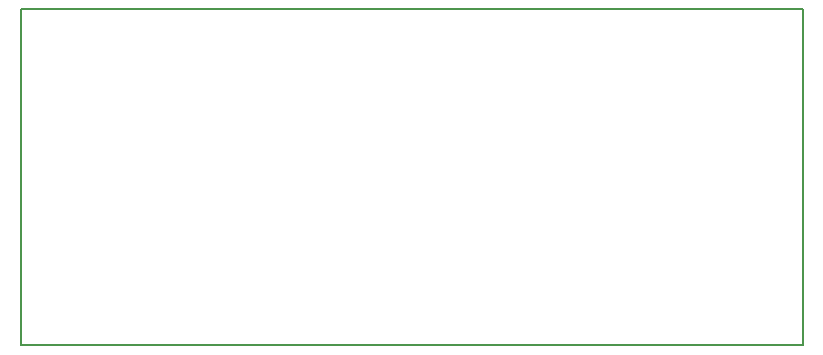
<source format=gbo>
G04 MADE WITH FRITZING*
G04 WWW.FRITZING.ORG*
G04 SINGLE SIDED*
G04 HOLES NOT PLATED*
G04 CONTOUR ON CENTER OF CONTOUR VECTOR*
%ASAXBY*%
%FSLAX23Y23*%
%MOIN*%
%OFA0B0*%
%SFA1.0B1.0*%
%ADD10R,2.614480X1.128110X2.598480X1.112110*%
%ADD11C,0.008000*%
%LNSILK0*%
G90*
G70*
G54D11*
X4Y1124D02*
X2610Y1124D01*
X2610Y4D01*
X4Y4D01*
X4Y1124D01*
D02*
G04 End of Silk0*
M02*
</source>
